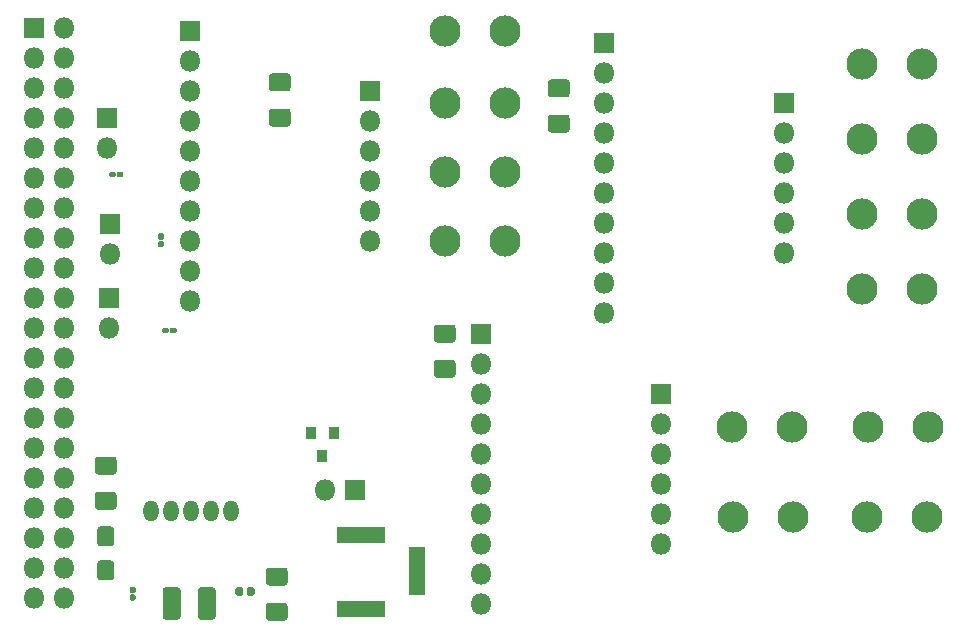
<source format=gbr>
%TF.GenerationSoftware,KiCad,Pcbnew,(5.1.6)-1*%
%TF.CreationDate,2021-04-06T11:23:56-04:00*%
%TF.ProjectId,Lithgow_DetailDesign,4c697468-676f-4775-9f44-657461696c44,2.1*%
%TF.SameCoordinates,Original*%
%TF.FileFunction,Soldermask,Top*%
%TF.FilePolarity,Negative*%
%FSLAX46Y46*%
G04 Gerber Fmt 4.6, Leading zero omitted, Abs format (unit mm)*
G04 Created by KiCad (PCBNEW (5.1.6)-1) date 2021-04-06 11:23:56*
%MOMM*%
%LPD*%
G01*
G04 APERTURE LIST*
%ADD10R,1.800000X1.800000*%
%ADD11O,1.800000X1.800000*%
%ADD12R,1.350000X4.100000*%
%ADD13R,4.100000X1.350000*%
%ADD14C,2.640000*%
%ADD15R,0.900000X1.000000*%
%ADD16O,1.293800X1.801800*%
G04 APERTURE END LIST*
%TO.C,R5*%
G36*
G01*
X143536000Y-101729000D02*
X143536000Y-101979000D01*
G75*
G02*
X143411000Y-102104000I-125000J0D01*
G01*
X143101000Y-102104000D01*
G75*
G02*
X142976000Y-101979000I0J125000D01*
G01*
X142976000Y-101729000D01*
G75*
G02*
X143101000Y-101604000I125000J0D01*
G01*
X143411000Y-101604000D01*
G75*
G02*
X143536000Y-101729000I0J-125000D01*
G01*
G37*
G36*
G01*
X144176000Y-101729000D02*
X144176000Y-101979000D01*
G75*
G02*
X144051000Y-102104000I-125000J0D01*
G01*
X143741000Y-102104000D01*
G75*
G02*
X143616000Y-101979000I0J125000D01*
G01*
X143616000Y-101729000D01*
G75*
G02*
X143741000Y-101604000I125000J0D01*
G01*
X144051000Y-101604000D01*
G75*
G02*
X144176000Y-101729000I0J-125000D01*
G01*
G37*
%TD*%
%TO.C,R4*%
G36*
G01*
X142724600Y-94258800D02*
X142974600Y-94258800D01*
G75*
G02*
X143099600Y-94383800I0J-125000D01*
G01*
X143099600Y-94693800D01*
G75*
G02*
X142974600Y-94818800I-125000J0D01*
G01*
X142724600Y-94818800D01*
G75*
G02*
X142599600Y-94693800I0J125000D01*
G01*
X142599600Y-94383800D01*
G75*
G02*
X142724600Y-94258800I125000J0D01*
G01*
G37*
G36*
G01*
X142724600Y-93618800D02*
X142974600Y-93618800D01*
G75*
G02*
X143099600Y-93743800I0J-125000D01*
G01*
X143099600Y-94053800D01*
G75*
G02*
X142974600Y-94178800I-125000J0D01*
G01*
X142724600Y-94178800D01*
G75*
G02*
X142599600Y-94053800I0J125000D01*
G01*
X142599600Y-93743800D01*
G75*
G02*
X142724600Y-93618800I125000J0D01*
G01*
G37*
%TD*%
%TO.C,R3*%
G36*
G01*
X139115200Y-88771000D02*
X139115200Y-88521000D01*
G75*
G02*
X139240200Y-88396000I125000J0D01*
G01*
X139550200Y-88396000D01*
G75*
G02*
X139675200Y-88521000I0J-125000D01*
G01*
X139675200Y-88771000D01*
G75*
G02*
X139550200Y-88896000I-125000J0D01*
G01*
X139240200Y-88896000D01*
G75*
G02*
X139115200Y-88771000I0J125000D01*
G01*
G37*
G36*
G01*
X138475200Y-88771000D02*
X138475200Y-88521000D01*
G75*
G02*
X138600200Y-88396000I125000J0D01*
G01*
X138910200Y-88396000D01*
G75*
G02*
X139035200Y-88521000I0J-125000D01*
G01*
X139035200Y-88771000D01*
G75*
G02*
X138910200Y-88896000I-125000J0D01*
G01*
X138600200Y-88896000D01*
G75*
G02*
X138475200Y-88771000I0J125000D01*
G01*
G37*
%TD*%
D10*
%TO.C,J6*%
X180340000Y-77470000D03*
D11*
X180340000Y-80010000D03*
X180340000Y-82550000D03*
X180340000Y-85090000D03*
X180340000Y-87630000D03*
X180340000Y-90170000D03*
X180340000Y-92710000D03*
X180340000Y-95250000D03*
X180340000Y-97790000D03*
X180340000Y-100330000D03*
%TD*%
%TO.C,C2*%
G36*
G01*
X137719518Y-118445500D02*
X138632482Y-118445500D01*
G75*
G02*
X138901000Y-118714018I0J-268518D01*
G01*
X138901000Y-119851982D01*
G75*
G02*
X138632482Y-120120500I-268518J0D01*
G01*
X137719518Y-120120500D01*
G75*
G02*
X137451000Y-119851982I0J268518D01*
G01*
X137451000Y-118714018D01*
G75*
G02*
X137719518Y-118445500I268518J0D01*
G01*
G37*
G36*
G01*
X137719518Y-121320500D02*
X138632482Y-121320500D01*
G75*
G02*
X138901000Y-121589018I0J-268518D01*
G01*
X138901000Y-122726982D01*
G75*
G02*
X138632482Y-122995500I-268518J0D01*
G01*
X137719518Y-122995500D01*
G75*
G02*
X137451000Y-122726982I0J268518D01*
G01*
X137451000Y-121589018D01*
G75*
G02*
X137719518Y-121320500I268518J0D01*
G01*
G37*
%TD*%
D12*
%TO.C,J1*%
X164566000Y-122174000D03*
D13*
X159766000Y-125424000D03*
X159766000Y-119174000D03*
%TD*%
%TO.C,F3*%
G36*
G01*
X175872544Y-80590500D02*
X177187456Y-80590500D01*
G75*
G02*
X177455000Y-80858044I0J-267544D01*
G01*
X177455000Y-81847956D01*
G75*
G02*
X177187456Y-82115500I-267544J0D01*
G01*
X175872544Y-82115500D01*
G75*
G02*
X175605000Y-81847956I0J267544D01*
G01*
X175605000Y-80858044D01*
G75*
G02*
X175872544Y-80590500I267544J0D01*
G01*
G37*
G36*
G01*
X175872544Y-83565500D02*
X177187456Y-83565500D01*
G75*
G02*
X177455000Y-83833044I0J-267544D01*
G01*
X177455000Y-84822956D01*
G75*
G02*
X177187456Y-85090500I-267544J0D01*
G01*
X175872544Y-85090500D01*
G75*
G02*
X175605000Y-84822956I0J267544D01*
G01*
X175605000Y-83833044D01*
G75*
G02*
X175872544Y-83565500I267544J0D01*
G01*
G37*
%TD*%
%TO.C,C1*%
G36*
G01*
X145976500Y-126075456D02*
X145976500Y-123860544D01*
G75*
G02*
X146244044Y-123593000I267544J0D01*
G01*
X147233956Y-123593000D01*
G75*
G02*
X147501500Y-123860544I0J-267544D01*
G01*
X147501500Y-126075456D01*
G75*
G02*
X147233956Y-126343000I-267544J0D01*
G01*
X146244044Y-126343000D01*
G75*
G02*
X145976500Y-126075456I0J267544D01*
G01*
G37*
G36*
G01*
X143001500Y-126075456D02*
X143001500Y-123860544D01*
G75*
G02*
X143269044Y-123593000I267544J0D01*
G01*
X144258956Y-123593000D01*
G75*
G02*
X144526500Y-123860544I0J-267544D01*
G01*
X144526500Y-126075456D01*
G75*
G02*
X144258956Y-126343000I-267544J0D01*
G01*
X143269044Y-126343000D01*
G75*
G02*
X143001500Y-126075456I0J267544D01*
G01*
G37*
%TD*%
%TO.C,C3*%
G36*
G01*
X138833456Y-117021500D02*
X137518544Y-117021500D01*
G75*
G02*
X137251000Y-116753956I0J267544D01*
G01*
X137251000Y-115764044D01*
G75*
G02*
X137518544Y-115496500I267544J0D01*
G01*
X138833456Y-115496500D01*
G75*
G02*
X139101000Y-115764044I0J-267544D01*
G01*
X139101000Y-116753956D01*
G75*
G02*
X138833456Y-117021500I-267544J0D01*
G01*
G37*
G36*
G01*
X138833456Y-114046500D02*
X137518544Y-114046500D01*
G75*
G02*
X137251000Y-113778956I0J267544D01*
G01*
X137251000Y-112789044D01*
G75*
G02*
X137518544Y-112521500I267544J0D01*
G01*
X138833456Y-112521500D01*
G75*
G02*
X139101000Y-112789044I0J-267544D01*
G01*
X139101000Y-113778956D01*
G75*
G02*
X138833456Y-114046500I-267544J0D01*
G01*
G37*
%TD*%
%TO.C,F1*%
G36*
G01*
X153311456Y-123444500D02*
X151996544Y-123444500D01*
G75*
G02*
X151729000Y-123176956I0J267544D01*
G01*
X151729000Y-122187044D01*
G75*
G02*
X151996544Y-121919500I267544J0D01*
G01*
X153311456Y-121919500D01*
G75*
G02*
X153579000Y-122187044I0J-267544D01*
G01*
X153579000Y-123176956D01*
G75*
G02*
X153311456Y-123444500I-267544J0D01*
G01*
G37*
G36*
G01*
X153311456Y-126419500D02*
X151996544Y-126419500D01*
G75*
G02*
X151729000Y-126151956I0J267544D01*
G01*
X151729000Y-125162044D01*
G75*
G02*
X151996544Y-124894500I267544J0D01*
G01*
X153311456Y-124894500D01*
G75*
G02*
X153579000Y-125162044I0J-267544D01*
G01*
X153579000Y-126151956D01*
G75*
G02*
X153311456Y-126419500I-267544J0D01*
G01*
G37*
%TD*%
%TO.C,F2*%
G36*
G01*
X152250544Y-83057500D02*
X153565456Y-83057500D01*
G75*
G02*
X153833000Y-83325044I0J-267544D01*
G01*
X153833000Y-84314956D01*
G75*
G02*
X153565456Y-84582500I-267544J0D01*
G01*
X152250544Y-84582500D01*
G75*
G02*
X151983000Y-84314956I0J267544D01*
G01*
X151983000Y-83325044D01*
G75*
G02*
X152250544Y-83057500I267544J0D01*
G01*
G37*
G36*
G01*
X152250544Y-80082500D02*
X153565456Y-80082500D01*
G75*
G02*
X153833000Y-80350044I0J-267544D01*
G01*
X153833000Y-81339956D01*
G75*
G02*
X153565456Y-81607500I-267544J0D01*
G01*
X152250544Y-81607500D01*
G75*
G02*
X151983000Y-81339956I0J267544D01*
G01*
X151983000Y-80350044D01*
G75*
G02*
X152250544Y-80082500I267544J0D01*
G01*
G37*
%TD*%
%TO.C,F4*%
G36*
G01*
X166220544Y-104320500D02*
X167535456Y-104320500D01*
G75*
G02*
X167803000Y-104588044I0J-267544D01*
G01*
X167803000Y-105577956D01*
G75*
G02*
X167535456Y-105845500I-267544J0D01*
G01*
X166220544Y-105845500D01*
G75*
G02*
X165953000Y-105577956I0J267544D01*
G01*
X165953000Y-104588044D01*
G75*
G02*
X166220544Y-104320500I267544J0D01*
G01*
G37*
G36*
G01*
X166220544Y-101345500D02*
X167535456Y-101345500D01*
G75*
G02*
X167803000Y-101613044I0J-267544D01*
G01*
X167803000Y-102602956D01*
G75*
G02*
X167535456Y-102870500I-267544J0D01*
G01*
X166220544Y-102870500D01*
G75*
G02*
X165953000Y-102602956I0J267544D01*
G01*
X165953000Y-101613044D01*
G75*
G02*
X166220544Y-101345500I267544J0D01*
G01*
G37*
%TD*%
D10*
%TO.C,J2*%
X159258000Y-115316000D03*
D11*
X156718000Y-115316000D03*
%TD*%
%TO.C,J3*%
X134620000Y-124460000D03*
X132080000Y-124460000D03*
X134620000Y-121920000D03*
X132080000Y-121920000D03*
X134620000Y-119380000D03*
X132080000Y-119380000D03*
X134620000Y-116840000D03*
X132080000Y-116840000D03*
X134620000Y-114300000D03*
X132080000Y-114300000D03*
X134620000Y-111760000D03*
X132080000Y-111760000D03*
X134620000Y-109220000D03*
X132080000Y-109220000D03*
X134620000Y-106680000D03*
X132080000Y-106680000D03*
X134620000Y-104140000D03*
X132080000Y-104140000D03*
X134620000Y-101600000D03*
X132080000Y-101600000D03*
X134620000Y-99060000D03*
X132080000Y-99060000D03*
X134620000Y-96520000D03*
X132080000Y-96520000D03*
X134620000Y-93980000D03*
X132080000Y-93980000D03*
X134620000Y-91440000D03*
X132080000Y-91440000D03*
X134620000Y-88900000D03*
X132080000Y-88900000D03*
X134620000Y-86360000D03*
X132080000Y-86360000D03*
X134620000Y-83820000D03*
X132080000Y-83820000D03*
X134620000Y-81280000D03*
X132080000Y-81280000D03*
X134620000Y-78740000D03*
X132080000Y-78740000D03*
X134620000Y-76200000D03*
D10*
X132080000Y-76200000D03*
%TD*%
D11*
%TO.C,J4*%
X145288000Y-99314000D03*
X145288000Y-96774000D03*
X145288000Y-94234000D03*
X145288000Y-91694000D03*
X145288000Y-89154000D03*
X145288000Y-86614000D03*
X145288000Y-84074000D03*
X145288000Y-81534000D03*
X145288000Y-78994000D03*
D10*
X145288000Y-76454000D03*
%TD*%
%TO.C,J5*%
X160528000Y-81534000D03*
D11*
X160528000Y-84074000D03*
X160528000Y-86614000D03*
X160528000Y-89154000D03*
X160528000Y-91694000D03*
X160528000Y-94234000D03*
%TD*%
%TO.C,J7*%
X195580000Y-95250000D03*
X195580000Y-92710000D03*
X195580000Y-90170000D03*
X195580000Y-87630000D03*
X195580000Y-85090000D03*
D10*
X195580000Y-82550000D03*
%TD*%
D11*
%TO.C,J8*%
X169926000Y-124968000D03*
X169926000Y-122428000D03*
X169926000Y-119888000D03*
X169926000Y-117348000D03*
X169926000Y-114808000D03*
X169926000Y-112268000D03*
X169926000Y-109728000D03*
X169926000Y-107188000D03*
X169926000Y-104648000D03*
D10*
X169926000Y-102108000D03*
%TD*%
%TO.C,J9*%
X185166000Y-107188000D03*
D11*
X185166000Y-109728000D03*
X185166000Y-112268000D03*
X185166000Y-114808000D03*
X185166000Y-117348000D03*
X185166000Y-119888000D03*
%TD*%
D14*
%TO.C,J10*%
X166878000Y-94234000D03*
X171958000Y-94234000D03*
%TD*%
%TO.C,J11*%
X171958000Y-88392000D03*
X166878000Y-88392000D03*
%TD*%
%TO.C,J12*%
X171958000Y-82550000D03*
X166878000Y-82550000D03*
%TD*%
%TO.C,J13*%
X166878000Y-76454000D03*
X171958000Y-76454000D03*
%TD*%
%TO.C,J14*%
X202184000Y-98298000D03*
X207264000Y-98298000D03*
%TD*%
%TO.C,J15*%
X207264000Y-91948000D03*
X202184000Y-91948000D03*
%TD*%
%TO.C,J16*%
X202184000Y-85598000D03*
X207264000Y-85598000D03*
%TD*%
%TO.C,J17*%
X207264000Y-79248000D03*
X202184000Y-79248000D03*
%TD*%
%TO.C,J18*%
X202628000Y-117602000D03*
X207708000Y-117602000D03*
%TD*%
%TO.C,J19*%
X196342000Y-117602000D03*
X191262000Y-117602000D03*
%TD*%
%TO.C,J20*%
X202692000Y-109982000D03*
X207772000Y-109982000D03*
%TD*%
%TO.C,J21*%
X196278000Y-109982000D03*
X191198000Y-109982000D03*
%TD*%
D11*
%TO.C,J22*%
X138311001Y-86360000D03*
D10*
X138311001Y-83820000D03*
%TD*%
D11*
%TO.C,J23*%
X138582400Y-95351600D03*
D10*
X138582400Y-92811600D03*
%TD*%
%TO.C,J24*%
X138430000Y-99060000D03*
D11*
X138430000Y-101600000D03*
%TD*%
D15*
%TO.C,Q1*%
X157480000Y-110490000D03*
X155580000Y-110490000D03*
X156530000Y-112490000D03*
%TD*%
%TO.C,R1*%
G36*
G01*
X140337000Y-124180000D02*
X140587000Y-124180000D01*
G75*
G02*
X140712000Y-124305000I0J-125000D01*
G01*
X140712000Y-124615000D01*
G75*
G02*
X140587000Y-124740000I-125000J0D01*
G01*
X140337000Y-124740000D01*
G75*
G02*
X140212000Y-124615000I0J125000D01*
G01*
X140212000Y-124305000D01*
G75*
G02*
X140337000Y-124180000I125000J0D01*
G01*
G37*
G36*
G01*
X140337000Y-123540000D02*
X140587000Y-123540000D01*
G75*
G02*
X140712000Y-123665000I0J-125000D01*
G01*
X140712000Y-123975000D01*
G75*
G02*
X140587000Y-124100000I-125000J0D01*
G01*
X140337000Y-124100000D01*
G75*
G02*
X140212000Y-123975000I0J125000D01*
G01*
X140212000Y-123665000D01*
G75*
G02*
X140337000Y-123540000I125000J0D01*
G01*
G37*
%TD*%
%TO.C,R2*%
G36*
G01*
X150817000Y-123754500D02*
X150817000Y-124149500D01*
G75*
G02*
X150644500Y-124322000I-172500J0D01*
G01*
X150299500Y-124322000D01*
G75*
G02*
X150127000Y-124149500I0J172500D01*
G01*
X150127000Y-123754500D01*
G75*
G02*
X150299500Y-123582000I172500J0D01*
G01*
X150644500Y-123582000D01*
G75*
G02*
X150817000Y-123754500I0J-172500D01*
G01*
G37*
G36*
G01*
X149847000Y-123754500D02*
X149847000Y-124149500D01*
G75*
G02*
X149674500Y-124322000I-172500J0D01*
G01*
X149329500Y-124322000D01*
G75*
G02*
X149157000Y-124149500I0J172500D01*
G01*
X149157000Y-123754500D01*
G75*
G02*
X149329500Y-123582000I172500J0D01*
G01*
X149674500Y-123582000D01*
G75*
G02*
X149847000Y-123754500I0J-172500D01*
G01*
G37*
%TD*%
D16*
%TO.C,U1*%
X148793200Y-117094000D03*
X147091400Y-117094000D03*
X145389600Y-117094000D03*
X143687800Y-117094000D03*
X141986000Y-117094000D03*
%TD*%
M02*

</source>
